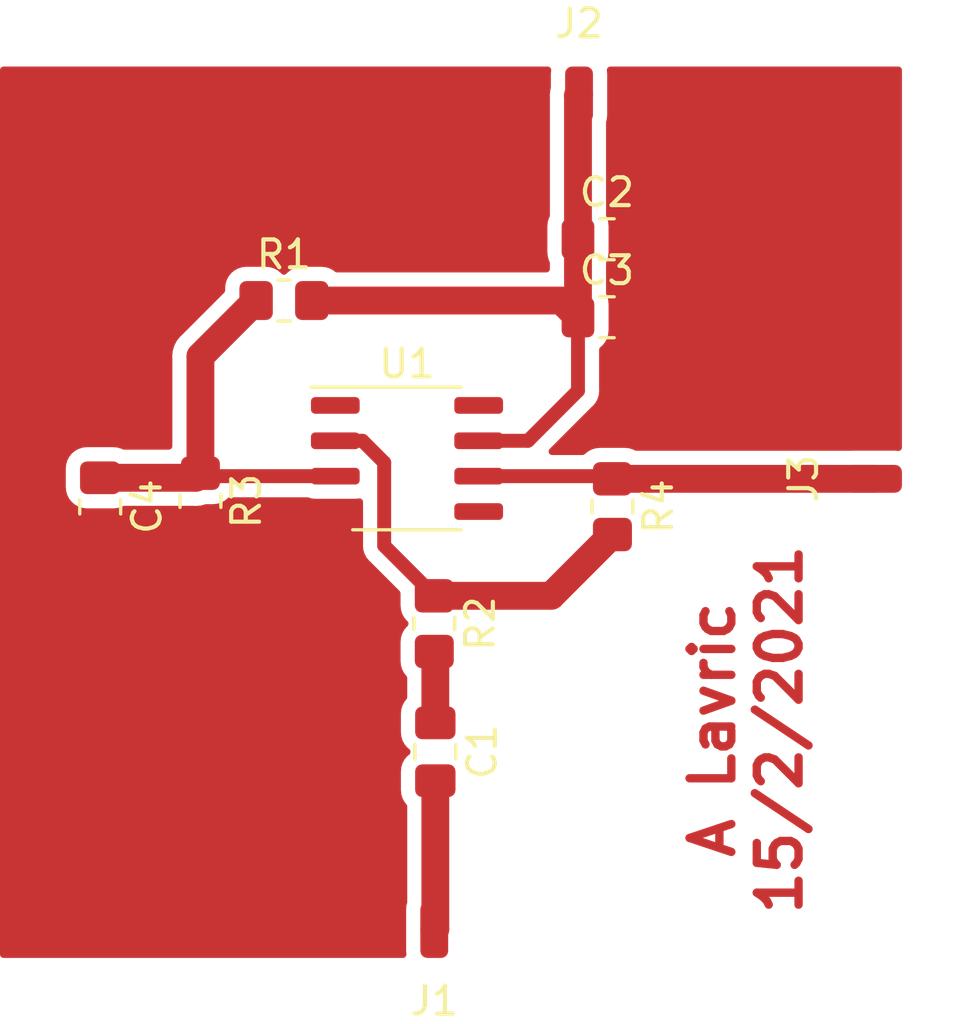
<source format=kicad_pcb>
(kicad_pcb (version 20171130) (host pcbnew 5.1.4+dfsg1-1~bpo10+1)

  (general
    (thickness 1.6)
    (drawings 1)
    (tracks 28)
    (zones 0)
    (modules 12)
    (nets 11)
  )

  (page A4)
  (layers
    (0 F.Cu signal)
    (31 B.Cu signal)
    (32 B.Adhes user)
    (33 F.Adhes user)
    (34 B.Paste user)
    (35 F.Paste user)
    (36 B.SilkS user)
    (37 F.SilkS user)
    (38 B.Mask user)
    (39 F.Mask user)
    (40 Dwgs.User user)
    (41 Cmts.User user)
    (42 Eco1.User user)
    (43 Eco2.User user)
    (44 Edge.Cuts user)
    (45 Margin user)
    (46 B.CrtYd user)
    (47 F.CrtYd user)
    (48 B.Fab user)
    (49 F.Fab user)
  )

  (setup
    (last_trace_width 1)
    (user_trace_width 0.5)
    (user_trace_width 0.8)
    (user_trace_width 1)
    (trace_clearance 0.2)
    (zone_clearance 0.508)
    (zone_45_only no)
    (trace_min 0.2)
    (via_size 0.8)
    (via_drill 0.4)
    (via_min_size 0.4)
    (via_min_drill 0.3)
    (uvia_size 0.3)
    (uvia_drill 0.1)
    (uvias_allowed no)
    (uvia_min_size 0.2)
    (uvia_min_drill 0.1)
    (edge_width 0.05)
    (segment_width 0.2)
    (pcb_text_width 0.3)
    (pcb_text_size 1.5 1.5)
    (mod_edge_width 0.12)
    (mod_text_size 1 1)
    (mod_text_width 0.15)
    (pad_size 2.5 1.6)
    (pad_drill 0)
    (pad_to_mask_clearance 0.051)
    (solder_mask_min_width 0.25)
    (aux_axis_origin 0 0)
    (visible_elements FFFFFF7F)
    (pcbplotparams
      (layerselection 0x010fc_ffffffff)
      (usegerberextensions false)
      (usegerberattributes false)
      (usegerberadvancedattributes false)
      (creategerberjobfile false)
      (excludeedgelayer true)
      (linewidth 0.100000)
      (plotframeref false)
      (viasonmask false)
      (mode 1)
      (useauxorigin false)
      (hpglpennumber 1)
      (hpglpenspeed 20)
      (hpglpendiameter 15.000000)
      (psnegative false)
      (psa4output false)
      (plotreference true)
      (plotvalue true)
      (plotinvisibletext false)
      (padsonsilk false)
      (subtractmaskfromsilk false)
      (outputformat 1)
      (mirror false)
      (drillshape 1)
      (scaleselection 1)
      (outputdirectory ""))
  )

  (net 0 "")
  (net 1 "Net-(C1-Pad2)")
  (net 2 "Net-(C1-Pad1)")
  (net 3 GNDD)
  (net 4 "Net-(C2-Pad1)")
  (net 5 "Net-(J3-Pad1)")
  (net 6 "Net-(R2-Pad1)")
  (net 7 "Net-(U1-Pad8)")
  (net 8 "Net-(U1-Pad5)")
  (net 9 "Net-(U1-Pad1)")
  (net 10 "Net-(C4-Pad1)")

  (net_class Default "This is the default net class."
    (clearance 0.2)
    (trace_width 0.25)
    (via_dia 0.8)
    (via_drill 0.4)
    (uvia_dia 0.3)
    (uvia_drill 0.1)
    (add_net GNDD)
    (add_net "Net-(C1-Pad1)")
    (add_net "Net-(C1-Pad2)")
    (add_net "Net-(C2-Pad1)")
    (add_net "Net-(C4-Pad1)")
    (add_net "Net-(J3-Pad1)")
    (add_net "Net-(R2-Pad1)")
    (add_net "Net-(U1-Pad1)")
    (add_net "Net-(U1-Pad5)")
    (add_net "Net-(U1-Pad8)")
  )

  (module Resistor_SMD:R_0805_2012Metric_Pad1.20x1.40mm_HandSolder (layer F.Cu) (tedit 5F68FEEE) (tstamp 602A7D4A)
    (at 144.6 102.6)
    (descr "Resistor SMD 0805 (2012 Metric), square (rectangular) end terminal, IPC_7351 nominal with elongated pad for handsoldering. (Body size source: IPC-SM-782 page 72, https://www.pcb-3d.com/wordpress/wp-content/uploads/ipc-sm-782a_amendment_1_and_2.pdf), generated with kicad-footprint-generator")
    (tags "resistor handsolder")
    (path /602BD9C8)
    (attr smd)
    (fp_text reference R1 (at 0 -1.65) (layer F.SilkS)
      (effects (font (size 1 1) (thickness 0.15)))
    )
    (fp_text value 680 (at 0 1.65) (layer F.Fab)
      (effects (font (size 1 1) (thickness 0.15)))
    )
    (fp_text user %R (at 0 0) (layer F.Fab)
      (effects (font (size 0.5 0.5) (thickness 0.08)))
    )
    (fp_line (start 1.85 0.95) (end -1.85 0.95) (layer F.CrtYd) (width 0.05))
    (fp_line (start 1.85 -0.95) (end 1.85 0.95) (layer F.CrtYd) (width 0.05))
    (fp_line (start -1.85 -0.95) (end 1.85 -0.95) (layer F.CrtYd) (width 0.05))
    (fp_line (start -1.85 0.95) (end -1.85 -0.95) (layer F.CrtYd) (width 0.05))
    (fp_line (start -0.227064 0.735) (end 0.227064 0.735) (layer F.SilkS) (width 0.12))
    (fp_line (start -0.227064 -0.735) (end 0.227064 -0.735) (layer F.SilkS) (width 0.12))
    (fp_line (start 1 0.625) (end -1 0.625) (layer F.Fab) (width 0.1))
    (fp_line (start 1 -0.625) (end 1 0.625) (layer F.Fab) (width 0.1))
    (fp_line (start -1 -0.625) (end 1 -0.625) (layer F.Fab) (width 0.1))
    (fp_line (start -1 0.625) (end -1 -0.625) (layer F.Fab) (width 0.1))
    (pad 2 smd roundrect (at 1 0) (size 1.2 1.4) (layers F.Cu F.Paste F.Mask) (roundrect_rratio 0.208333)
      (net 4 "Net-(C2-Pad1)"))
    (pad 1 smd roundrect (at -1 0) (size 1.2 1.4) (layers F.Cu F.Paste F.Mask) (roundrect_rratio 0.208333)
      (net 10 "Net-(C4-Pad1)"))
    (model ${KISYS3DMOD}/Resistor_SMD.3dshapes/R_0805_2012Metric.wrl
      (at (xyz 0 0 0))
      (scale (xyz 1 1 1))
      (rotate (xyz 0 0 0))
    )
  )

  (module Capacitor_SMD:C_0805_2012Metric_Pad1.18x1.45mm_HandSolder (layer F.Cu) (tedit 5F68FEEF) (tstamp 602A6EBC)
    (at 138 110 270)
    (descr "Capacitor SMD 0805 (2012 Metric), square (rectangular) end terminal, IPC_7351 nominal with elongated pad for handsoldering. (Body size source: IPC-SM-782 page 76, https://www.pcb-3d.com/wordpress/wp-content/uploads/ipc-sm-782a_amendment_1_and_2.pdf, https://docs.google.com/spreadsheets/d/1BsfQQcO9C6DZCsRaXUlFlo91Tg2WpOkGARC1WS5S8t0/edit?usp=sharing), generated with kicad-footprint-generator")
    (tags "capacitor handsolder")
    (path /602E5F9C)
    (attr smd)
    (fp_text reference C4 (at 0 -1.68 90) (layer F.SilkS)
      (effects (font (size 1 1) (thickness 0.15)))
    )
    (fp_text value 100n (at 0 1.68 90) (layer F.Fab)
      (effects (font (size 1 1) (thickness 0.15)))
    )
    (fp_text user %R (at 0 0 90) (layer F.Fab)
      (effects (font (size 0.5 0.5) (thickness 0.08)))
    )
    (fp_line (start 1.88 0.98) (end -1.88 0.98) (layer F.CrtYd) (width 0.05))
    (fp_line (start 1.88 -0.98) (end 1.88 0.98) (layer F.CrtYd) (width 0.05))
    (fp_line (start -1.88 -0.98) (end 1.88 -0.98) (layer F.CrtYd) (width 0.05))
    (fp_line (start -1.88 0.98) (end -1.88 -0.98) (layer F.CrtYd) (width 0.05))
    (fp_line (start -0.261252 0.735) (end 0.261252 0.735) (layer F.SilkS) (width 0.12))
    (fp_line (start -0.261252 -0.735) (end 0.261252 -0.735) (layer F.SilkS) (width 0.12))
    (fp_line (start 1 0.625) (end -1 0.625) (layer F.Fab) (width 0.1))
    (fp_line (start 1 -0.625) (end 1 0.625) (layer F.Fab) (width 0.1))
    (fp_line (start -1 -0.625) (end 1 -0.625) (layer F.Fab) (width 0.1))
    (fp_line (start -1 0.625) (end -1 -0.625) (layer F.Fab) (width 0.1))
    (pad 2 smd roundrect (at 1.0375 0 270) (size 1.175 1.45) (layers F.Cu F.Paste F.Mask) (roundrect_rratio 0.212766)
      (net 3 GNDD))
    (pad 1 smd roundrect (at -1.0375 0 270) (size 1.175 1.45) (layers F.Cu F.Paste F.Mask) (roundrect_rratio 0.212766)
      (net 10 "Net-(C4-Pad1)"))
    (model ${KISYS3DMOD}/Capacitor_SMD.3dshapes/C_0805_2012Metric.wrl
      (at (xyz 0 0 0))
      (scale (xyz 1 1 1))
      (rotate (xyz 0 0 0))
    )
  )

  (module Package_SO:SO-8_3.9x4.9mm_P1.27mm (layer F.Cu) (tedit 5D9F72B1) (tstamp 602A61AD)
    (at 149.02 108.27)
    (descr "SO, 8 Pin (https://www.nxp.com/docs/en/data-sheet/PCF8523.pdf), generated with kicad-footprint-generator ipc_gullwing_generator.py")
    (tags "SO SO")
    (path /602BC812)
    (attr smd)
    (fp_text reference U1 (at 0 -3.4) (layer F.SilkS)
      (effects (font (size 1 1) (thickness 0.15)))
    )
    (fp_text value OP184 (at 0 3.4) (layer F.Fab)
      (effects (font (size 1 1) (thickness 0.15)))
    )
    (fp_text user %R (at 0 0) (layer F.Fab)
      (effects (font (size 0.98 0.98) (thickness 0.15)))
    )
    (fp_line (start 3.7 -2.7) (end -3.7 -2.7) (layer F.CrtYd) (width 0.05))
    (fp_line (start 3.7 2.7) (end 3.7 -2.7) (layer F.CrtYd) (width 0.05))
    (fp_line (start -3.7 2.7) (end 3.7 2.7) (layer F.CrtYd) (width 0.05))
    (fp_line (start -3.7 -2.7) (end -3.7 2.7) (layer F.CrtYd) (width 0.05))
    (fp_line (start -1.95 -1.475) (end -0.975 -2.45) (layer F.Fab) (width 0.1))
    (fp_line (start -1.95 2.45) (end -1.95 -1.475) (layer F.Fab) (width 0.1))
    (fp_line (start 1.95 2.45) (end -1.95 2.45) (layer F.Fab) (width 0.1))
    (fp_line (start 1.95 -2.45) (end 1.95 2.45) (layer F.Fab) (width 0.1))
    (fp_line (start -0.975 -2.45) (end 1.95 -2.45) (layer F.Fab) (width 0.1))
    (fp_line (start 0 -2.56) (end -3.45 -2.56) (layer F.SilkS) (width 0.12))
    (fp_line (start 0 -2.56) (end 1.95 -2.56) (layer F.SilkS) (width 0.12))
    (fp_line (start 0 2.56) (end -1.95 2.56) (layer F.SilkS) (width 0.12))
    (fp_line (start 0 2.56) (end 1.95 2.56) (layer F.SilkS) (width 0.12))
    (pad 8 smd roundrect (at 2.575 -1.905) (size 1.75 0.6) (layers F.Cu F.Paste F.Mask) (roundrect_rratio 0.25)
      (net 7 "Net-(U1-Pad8)"))
    (pad 7 smd roundrect (at 2.575 -0.635) (size 1.75 0.6) (layers F.Cu F.Paste F.Mask) (roundrect_rratio 0.25)
      (net 4 "Net-(C2-Pad1)"))
    (pad 6 smd roundrect (at 2.575 0.635) (size 1.75 0.6) (layers F.Cu F.Paste F.Mask) (roundrect_rratio 0.25)
      (net 5 "Net-(J3-Pad1)"))
    (pad 5 smd roundrect (at 2.575 1.905) (size 1.75 0.6) (layers F.Cu F.Paste F.Mask) (roundrect_rratio 0.25)
      (net 8 "Net-(U1-Pad5)"))
    (pad 4 smd roundrect (at -2.575 1.905) (size 1.75 0.6) (layers F.Cu F.Paste F.Mask) (roundrect_rratio 0.25)
      (net 3 GNDD))
    (pad 3 smd roundrect (at -2.575 0.635) (size 1.75 0.6) (layers F.Cu F.Paste F.Mask) (roundrect_rratio 0.25)
      (net 10 "Net-(C4-Pad1)"))
    (pad 2 smd roundrect (at -2.575 -0.635) (size 1.75 0.6) (layers F.Cu F.Paste F.Mask) (roundrect_rratio 0.25)
      (net 6 "Net-(R2-Pad1)"))
    (pad 1 smd roundrect (at -2.575 -1.905) (size 1.75 0.6) (layers F.Cu F.Paste F.Mask) (roundrect_rratio 0.25)
      (net 9 "Net-(U1-Pad1)"))
    (model ${KISYS3DMOD}/Package_SO.3dshapes/SO-8_3.9x4.9mm_P1.27mm.wrl
      (at (xyz 0 0 0))
      (scale (xyz 1 1 1))
      (rotate (xyz 0 0 0))
    )
  )

  (module Resistor_SMD:R_0805_2012Metric_Pad1.20x1.40mm_HandSolder (layer F.Cu) (tedit 5F68FEEE) (tstamp 602A6193)
    (at 156.4 110 270)
    (descr "Resistor SMD 0805 (2012 Metric), square (rectangular) end terminal, IPC_7351 nominal with elongated pad for handsoldering. (Body size source: IPC-SM-782 page 72, https://www.pcb-3d.com/wordpress/wp-content/uploads/ipc-sm-782a_amendment_1_and_2.pdf), generated with kicad-footprint-generator")
    (tags "resistor handsolder")
    (path /602BDBCB)
    (attr smd)
    (fp_text reference R4 (at 0 -1.65 90) (layer F.SilkS)
      (effects (font (size 1 1) (thickness 0.15)))
    )
    (fp_text value 10k (at 0 1.65 90) (layer F.Fab)
      (effects (font (size 1 1) (thickness 0.15)))
    )
    (fp_text user %R (at 0 0 90) (layer F.Fab)
      (effects (font (size 0.5 0.5) (thickness 0.08)))
    )
    (fp_line (start 1.85 0.95) (end -1.85 0.95) (layer F.CrtYd) (width 0.05))
    (fp_line (start 1.85 -0.95) (end 1.85 0.95) (layer F.CrtYd) (width 0.05))
    (fp_line (start -1.85 -0.95) (end 1.85 -0.95) (layer F.CrtYd) (width 0.05))
    (fp_line (start -1.85 0.95) (end -1.85 -0.95) (layer F.CrtYd) (width 0.05))
    (fp_line (start -0.227064 0.735) (end 0.227064 0.735) (layer F.SilkS) (width 0.12))
    (fp_line (start -0.227064 -0.735) (end 0.227064 -0.735) (layer F.SilkS) (width 0.12))
    (fp_line (start 1 0.625) (end -1 0.625) (layer F.Fab) (width 0.1))
    (fp_line (start 1 -0.625) (end 1 0.625) (layer F.Fab) (width 0.1))
    (fp_line (start -1 -0.625) (end 1 -0.625) (layer F.Fab) (width 0.1))
    (fp_line (start -1 0.625) (end -1 -0.625) (layer F.Fab) (width 0.1))
    (pad 2 smd roundrect (at 1 0 270) (size 1.2 1.4) (layers F.Cu F.Paste F.Mask) (roundrect_rratio 0.208333)
      (net 6 "Net-(R2-Pad1)"))
    (pad 1 smd roundrect (at -1 0 270) (size 1.2 1.4) (layers F.Cu F.Paste F.Mask) (roundrect_rratio 0.208333)
      (net 5 "Net-(J3-Pad1)"))
    (model ${KISYS3DMOD}/Resistor_SMD.3dshapes/R_0805_2012Metric.wrl
      (at (xyz 0 0 0))
      (scale (xyz 1 1 1))
      (rotate (xyz 0 0 0))
    )
  )

  (module Resistor_SMD:R_0805_2012Metric_Pad1.20x1.40mm_HandSolder (layer F.Cu) (tedit 5F68FEEE) (tstamp 602A6182)
    (at 141.6 109.8 270)
    (descr "Resistor SMD 0805 (2012 Metric), square (rectangular) end terminal, IPC_7351 nominal with elongated pad for handsoldering. (Body size source: IPC-SM-782 page 72, https://www.pcb-3d.com/wordpress/wp-content/uploads/ipc-sm-782a_amendment_1_and_2.pdf), generated with kicad-footprint-generator")
    (tags "resistor handsolder")
    (path /602BD505)
    (attr smd)
    (fp_text reference R3 (at 0 -1.65 90) (layer F.SilkS)
      (effects (font (size 1 1) (thickness 0.15)))
    )
    (fp_text value 10k (at 0 1.65 90) (layer F.Fab)
      (effects (font (size 1 1) (thickness 0.15)))
    )
    (fp_text user %R (at 0 0 90) (layer F.Fab)
      (effects (font (size 0.5 0.5) (thickness 0.08)))
    )
    (fp_line (start 1.85 0.95) (end -1.85 0.95) (layer F.CrtYd) (width 0.05))
    (fp_line (start 1.85 -0.95) (end 1.85 0.95) (layer F.CrtYd) (width 0.05))
    (fp_line (start -1.85 -0.95) (end 1.85 -0.95) (layer F.CrtYd) (width 0.05))
    (fp_line (start -1.85 0.95) (end -1.85 -0.95) (layer F.CrtYd) (width 0.05))
    (fp_line (start -0.227064 0.735) (end 0.227064 0.735) (layer F.SilkS) (width 0.12))
    (fp_line (start -0.227064 -0.735) (end 0.227064 -0.735) (layer F.SilkS) (width 0.12))
    (fp_line (start 1 0.625) (end -1 0.625) (layer F.Fab) (width 0.1))
    (fp_line (start 1 -0.625) (end 1 0.625) (layer F.Fab) (width 0.1))
    (fp_line (start -1 -0.625) (end 1 -0.625) (layer F.Fab) (width 0.1))
    (fp_line (start -1 0.625) (end -1 -0.625) (layer F.Fab) (width 0.1))
    (pad 2 smd roundrect (at 1 0 270) (size 1.2 1.4) (layers F.Cu F.Paste F.Mask) (roundrect_rratio 0.208333)
      (net 3 GNDD))
    (pad 1 smd roundrect (at -1 0 270) (size 1.2 1.4) (layers F.Cu F.Paste F.Mask) (roundrect_rratio 0.208333)
      (net 10 "Net-(C4-Pad1)"))
    (model ${KISYS3DMOD}/Resistor_SMD.3dshapes/R_0805_2012Metric.wrl
      (at (xyz 0 0 0))
      (scale (xyz 1 1 1))
      (rotate (xyz 0 0 0))
    )
  )

  (module Resistor_SMD:R_0805_2012Metric_Pad1.20x1.40mm_HandSolder (layer F.Cu) (tedit 5F68FEEE) (tstamp 602A6171)
    (at 150 114.2 270)
    (descr "Resistor SMD 0805 (2012 Metric), square (rectangular) end terminal, IPC_7351 nominal with elongated pad for handsoldering. (Body size source: IPC-SM-782 page 72, https://www.pcb-3d.com/wordpress/wp-content/uploads/ipc-sm-782a_amendment_1_and_2.pdf), generated with kicad-footprint-generator")
    (tags "resistor handsolder")
    (path /602BDB12)
    (attr smd)
    (fp_text reference R2 (at 0 -1.65 90) (layer F.SilkS)
      (effects (font (size 1 1) (thickness 0.15)))
    )
    (fp_text value 10k (at 0 1.65 90) (layer F.Fab)
      (effects (font (size 1 1) (thickness 0.15)))
    )
    (fp_text user %R (at 0 0 90) (layer F.Fab)
      (effects (font (size 0.5 0.5) (thickness 0.08)))
    )
    (fp_line (start 1.85 0.95) (end -1.85 0.95) (layer F.CrtYd) (width 0.05))
    (fp_line (start 1.85 -0.95) (end 1.85 0.95) (layer F.CrtYd) (width 0.05))
    (fp_line (start -1.85 -0.95) (end 1.85 -0.95) (layer F.CrtYd) (width 0.05))
    (fp_line (start -1.85 0.95) (end -1.85 -0.95) (layer F.CrtYd) (width 0.05))
    (fp_line (start -0.227064 0.735) (end 0.227064 0.735) (layer F.SilkS) (width 0.12))
    (fp_line (start -0.227064 -0.735) (end 0.227064 -0.735) (layer F.SilkS) (width 0.12))
    (fp_line (start 1 0.625) (end -1 0.625) (layer F.Fab) (width 0.1))
    (fp_line (start 1 -0.625) (end 1 0.625) (layer F.Fab) (width 0.1))
    (fp_line (start -1 -0.625) (end 1 -0.625) (layer F.Fab) (width 0.1))
    (fp_line (start -1 0.625) (end -1 -0.625) (layer F.Fab) (width 0.1))
    (pad 2 smd roundrect (at 1 0 270) (size 1.2 1.4) (layers F.Cu F.Paste F.Mask) (roundrect_rratio 0.208333)
      (net 2 "Net-(C1-Pad1)"))
    (pad 1 smd roundrect (at -1 0 270) (size 1.2 1.4) (layers F.Cu F.Paste F.Mask) (roundrect_rratio 0.208333)
      (net 6 "Net-(R2-Pad1)"))
    (model ${KISYS3DMOD}/Resistor_SMD.3dshapes/R_0805_2012Metric.wrl
      (at (xyz 0 0 0))
      (scale (xyz 1 1 1))
      (rotate (xyz 0 0 0))
    )
  )

  (module Connector_Wire:SolderWirePad_1x01_SMD_1x2mm (layer F.Cu) (tedit 5DD6EB27) (tstamp 602A614F)
    (at 165.8 109 90)
    (descr "Wire Pad, Square, SMD Pad,  5mm x 10mm,")
    (tags "MesurementPoint Square SMDPad 5mmx10mm ")
    (path /602DB016)
    (attr virtual)
    (fp_text reference J3 (at 0 -2.54 90) (layer F.SilkS)
      (effects (font (size 1 1) (thickness 0.15)))
    )
    (fp_text value SMA (at 0 2.54 90) (layer F.Fab)
      (effects (font (size 1 1) (thickness 0.15)))
    )
    (fp_line (start -0.63 1.27) (end -0.63 -1.27) (layer F.Fab) (width 0.1))
    (fp_line (start 0.63 1.27) (end -0.63 1.27) (layer F.Fab) (width 0.1))
    (fp_line (start 0.63 -1.27) (end 0.63 1.27) (layer F.Fab) (width 0.1))
    (fp_line (start -0.63 -1.27) (end 0.63 -1.27) (layer F.Fab) (width 0.1))
    (fp_line (start -0.63 -1.27) (end -0.63 1.27) (layer F.CrtYd) (width 0.05))
    (fp_line (start -0.63 1.27) (end 0.63 1.27) (layer F.CrtYd) (width 0.05))
    (fp_line (start 0.63 1.27) (end 0.63 -1.27) (layer F.CrtYd) (width 0.05))
    (fp_line (start 0.63 -1.27) (end -0.63 -1.27) (layer F.CrtYd) (width 0.05))
    (fp_text user %R (at -1.8 -1.2 270) (layer F.Fab)
      (effects (font (size 1 1) (thickness 0.15)))
    )
    (pad 1 smd roundrect (at 0 0 90) (size 1 2) (layers F.Cu F.Paste F.Mask) (roundrect_rratio 0.25)
      (net 5 "Net-(J3-Pad1)"))
  )

  (module Connector_Wire:SolderWirePad_1x01_SMD_1x2mm (layer F.Cu) (tedit 5DD6EB27) (tstamp 602A6141)
    (at 155.2 95.2)
    (descr "Wire Pad, Square, SMD Pad,  5mm x 10mm,")
    (tags "MesurementPoint Square SMDPad 5mmx10mm ")
    (path /602DA6DF)
    (attr virtual)
    (fp_text reference J2 (at 0 -2.54) (layer F.SilkS)
      (effects (font (size 1 1) (thickness 0.15)))
    )
    (fp_text value 32V (at 0 2.54) (layer F.Fab)
      (effects (font (size 1 1) (thickness 0.15)))
    )
    (fp_line (start -0.63 1.27) (end -0.63 -1.27) (layer F.Fab) (width 0.1))
    (fp_line (start 0.63 1.27) (end -0.63 1.27) (layer F.Fab) (width 0.1))
    (fp_line (start 0.63 -1.27) (end 0.63 1.27) (layer F.Fab) (width 0.1))
    (fp_line (start -0.63 -1.27) (end 0.63 -1.27) (layer F.Fab) (width 0.1))
    (fp_line (start -0.63 -1.27) (end -0.63 1.27) (layer F.CrtYd) (width 0.05))
    (fp_line (start -0.63 1.27) (end 0.63 1.27) (layer F.CrtYd) (width 0.05))
    (fp_line (start 0.63 1.27) (end 0.63 -1.27) (layer F.CrtYd) (width 0.05))
    (fp_line (start 0.63 -1.27) (end -0.63 -1.27) (layer F.CrtYd) (width 0.05))
    (fp_text user %R (at 0 0) (layer F.Fab)
      (effects (font (size 1 1) (thickness 0.15)))
    )
    (pad 1 smd roundrect (at 0 0) (size 1 2) (layers F.Cu F.Paste F.Mask) (roundrect_rratio 0.25)
      (net 4 "Net-(C2-Pad1)"))
  )

  (module Connector_Wire:SolderWirePad_1x01_SMD_1x2mm (layer F.Cu) (tedit 5DD6EB27) (tstamp 602A6133)
    (at 150 125.2 180)
    (descr "Wire Pad, Square, SMD Pad,  5mm x 10mm,")
    (tags "MesurementPoint Square SMDPad 5mmx10mm ")
    (path /602DAD37)
    (attr virtual)
    (fp_text reference J1 (at 0 -2.54) (layer F.SilkS)
      (effects (font (size 1 1) (thickness 0.15)))
    )
    (fp_text value BNC (at 0 2.54) (layer F.Fab)
      (effects (font (size 1 1) (thickness 0.15)))
    )
    (fp_line (start -0.63 1.27) (end -0.63 -1.27) (layer F.Fab) (width 0.1))
    (fp_line (start 0.63 1.27) (end -0.63 1.27) (layer F.Fab) (width 0.1))
    (fp_line (start 0.63 -1.27) (end 0.63 1.27) (layer F.Fab) (width 0.1))
    (fp_line (start -0.63 -1.27) (end 0.63 -1.27) (layer F.Fab) (width 0.1))
    (fp_line (start -0.63 -1.27) (end -0.63 1.27) (layer F.CrtYd) (width 0.05))
    (fp_line (start -0.63 1.27) (end 0.63 1.27) (layer F.CrtYd) (width 0.05))
    (fp_line (start 0.63 1.27) (end 0.63 -1.27) (layer F.CrtYd) (width 0.05))
    (fp_line (start 0.63 -1.27) (end -0.63 -1.27) (layer F.CrtYd) (width 0.05))
    (fp_text user %R (at 0 0) (layer F.Fab)
      (effects (font (size 1 1) (thickness 0.15)))
    )
    (pad 1 smd roundrect (at 0 0 180) (size 1 2) (layers F.Cu F.Paste F.Mask) (roundrect_rratio 0.25)
      (net 1 "Net-(C1-Pad2)"))
  )

  (module Capacitor_SMD:C_0805_2012Metric_Pad1.18x1.45mm_HandSolder (layer F.Cu) (tedit 5F68FEEF) (tstamp 602A6125)
    (at 156.2 103.2)
    (descr "Capacitor SMD 0805 (2012 Metric), square (rectangular) end terminal, IPC_7351 nominal with elongated pad for handsoldering. (Body size source: IPC-SM-782 page 76, https://www.pcb-3d.com/wordpress/wp-content/uploads/ipc-sm-782a_amendment_1_and_2.pdf, https://docs.google.com/spreadsheets/d/1BsfQQcO9C6DZCsRaXUlFlo91Tg2WpOkGARC1WS5S8t0/edit?usp=sharing), generated with kicad-footprint-generator")
    (tags "capacitor handsolder")
    (path /602BCD27)
    (attr smd)
    (fp_text reference C3 (at 0 -1.68) (layer F.SilkS)
      (effects (font (size 1 1) (thickness 0.15)))
    )
    (fp_text value 100n (at 0 1.68) (layer F.Fab)
      (effects (font (size 1 1) (thickness 0.15)))
    )
    (fp_text user %R (at 0 0) (layer F.Fab)
      (effects (font (size 0.5 0.5) (thickness 0.08)))
    )
    (fp_line (start 1.88 0.98) (end -1.88 0.98) (layer F.CrtYd) (width 0.05))
    (fp_line (start 1.88 -0.98) (end 1.88 0.98) (layer F.CrtYd) (width 0.05))
    (fp_line (start -1.88 -0.98) (end 1.88 -0.98) (layer F.CrtYd) (width 0.05))
    (fp_line (start -1.88 0.98) (end -1.88 -0.98) (layer F.CrtYd) (width 0.05))
    (fp_line (start -0.261252 0.735) (end 0.261252 0.735) (layer F.SilkS) (width 0.12))
    (fp_line (start -0.261252 -0.735) (end 0.261252 -0.735) (layer F.SilkS) (width 0.12))
    (fp_line (start 1 0.625) (end -1 0.625) (layer F.Fab) (width 0.1))
    (fp_line (start 1 -0.625) (end 1 0.625) (layer F.Fab) (width 0.1))
    (fp_line (start -1 -0.625) (end 1 -0.625) (layer F.Fab) (width 0.1))
    (fp_line (start -1 0.625) (end -1 -0.625) (layer F.Fab) (width 0.1))
    (pad 2 smd roundrect (at 1.0375 0) (size 1.175 1.45) (layers F.Cu F.Paste F.Mask) (roundrect_rratio 0.212766)
      (net 3 GNDD))
    (pad 1 smd roundrect (at -1.0375 0) (size 1.175 1.45) (layers F.Cu F.Paste F.Mask) (roundrect_rratio 0.212766)
      (net 4 "Net-(C2-Pad1)"))
    (model ${KISYS3DMOD}/Capacitor_SMD.3dshapes/C_0805_2012Metric.wrl
      (at (xyz 0 0 0))
      (scale (xyz 1 1 1))
      (rotate (xyz 0 0 0))
    )
  )

  (module Capacitor_SMD:C_0805_2012Metric_Pad1.18x1.45mm_HandSolder (layer F.Cu) (tedit 5F68FEEF) (tstamp 602A6114)
    (at 156.2 100.4)
    (descr "Capacitor SMD 0805 (2012 Metric), square (rectangular) end terminal, IPC_7351 nominal with elongated pad for handsoldering. (Body size source: IPC-SM-782 page 76, https://www.pcb-3d.com/wordpress/wp-content/uploads/ipc-sm-782a_amendment_1_and_2.pdf, https://docs.google.com/spreadsheets/d/1BsfQQcO9C6DZCsRaXUlFlo91Tg2WpOkGARC1WS5S8t0/edit?usp=sharing), generated with kicad-footprint-generator")
    (tags "capacitor handsolder")
    (path /602BD049)
    (attr smd)
    (fp_text reference C2 (at 0 -1.68) (layer F.SilkS)
      (effects (font (size 1 1) (thickness 0.15)))
    )
    (fp_text value 10u (at 0 1.68) (layer F.Fab)
      (effects (font (size 1 1) (thickness 0.15)))
    )
    (fp_text user %R (at 0 0) (layer F.Fab)
      (effects (font (size 0.5 0.5) (thickness 0.08)))
    )
    (fp_line (start 1.88 0.98) (end -1.88 0.98) (layer F.CrtYd) (width 0.05))
    (fp_line (start 1.88 -0.98) (end 1.88 0.98) (layer F.CrtYd) (width 0.05))
    (fp_line (start -1.88 -0.98) (end 1.88 -0.98) (layer F.CrtYd) (width 0.05))
    (fp_line (start -1.88 0.98) (end -1.88 -0.98) (layer F.CrtYd) (width 0.05))
    (fp_line (start -0.261252 0.735) (end 0.261252 0.735) (layer F.SilkS) (width 0.12))
    (fp_line (start -0.261252 -0.735) (end 0.261252 -0.735) (layer F.SilkS) (width 0.12))
    (fp_line (start 1 0.625) (end -1 0.625) (layer F.Fab) (width 0.1))
    (fp_line (start 1 -0.625) (end 1 0.625) (layer F.Fab) (width 0.1))
    (fp_line (start -1 -0.625) (end 1 -0.625) (layer F.Fab) (width 0.1))
    (fp_line (start -1 0.625) (end -1 -0.625) (layer F.Fab) (width 0.1))
    (pad 2 smd roundrect (at 1.0375 0) (size 1.175 1.45) (layers F.Cu F.Paste F.Mask) (roundrect_rratio 0.212766)
      (net 3 GNDD))
    (pad 1 smd roundrect (at -1.0375 0) (size 1.175 1.45) (layers F.Cu F.Paste F.Mask) (roundrect_rratio 0.212766)
      (net 4 "Net-(C2-Pad1)"))
    (model ${KISYS3DMOD}/Capacitor_SMD.3dshapes/C_0805_2012Metric.wrl
      (at (xyz 0 0 0))
      (scale (xyz 1 1 1))
      (rotate (xyz 0 0 0))
    )
  )

  (module Capacitor_SMD:C_0805_2012Metric_Pad1.18x1.45mm_HandSolder (layer F.Cu) (tedit 5F68FEEF) (tstamp 602A6103)
    (at 150.0375 118.8 270)
    (descr "Capacitor SMD 0805 (2012 Metric), square (rectangular) end terminal, IPC_7351 nominal with elongated pad for handsoldering. (Body size source: IPC-SM-782 page 76, https://www.pcb-3d.com/wordpress/wp-content/uploads/ipc-sm-782a_amendment_1_and_2.pdf, https://docs.google.com/spreadsheets/d/1BsfQQcO9C6DZCsRaXUlFlo91Tg2WpOkGARC1WS5S8t0/edit?usp=sharing), generated with kicad-footprint-generator")
    (tags "capacitor handsolder")
    (path /602BD165)
    (attr smd)
    (fp_text reference C1 (at 0 -1.68 90) (layer F.SilkS)
      (effects (font (size 1 1) (thickness 0.15)))
    )
    (fp_text value 10u (at 0 1.68 90) (layer F.Fab)
      (effects (font (size 1 1) (thickness 0.15)))
    )
    (fp_text user %R (at 0 0 90) (layer F.Fab)
      (effects (font (size 0.5 0.5) (thickness 0.08)))
    )
    (fp_line (start 1.88 0.98) (end -1.88 0.98) (layer F.CrtYd) (width 0.05))
    (fp_line (start 1.88 -0.98) (end 1.88 0.98) (layer F.CrtYd) (width 0.05))
    (fp_line (start -1.88 -0.98) (end 1.88 -0.98) (layer F.CrtYd) (width 0.05))
    (fp_line (start -1.88 0.98) (end -1.88 -0.98) (layer F.CrtYd) (width 0.05))
    (fp_line (start -0.261252 0.735) (end 0.261252 0.735) (layer F.SilkS) (width 0.12))
    (fp_line (start -0.261252 -0.735) (end 0.261252 -0.735) (layer F.SilkS) (width 0.12))
    (fp_line (start 1 0.625) (end -1 0.625) (layer F.Fab) (width 0.1))
    (fp_line (start 1 -0.625) (end 1 0.625) (layer F.Fab) (width 0.1))
    (fp_line (start -1 -0.625) (end 1 -0.625) (layer F.Fab) (width 0.1))
    (fp_line (start -1 0.625) (end -1 -0.625) (layer F.Fab) (width 0.1))
    (pad 2 smd roundrect (at 1.0375 0 270) (size 1.175 1.45) (layers F.Cu F.Paste F.Mask) (roundrect_rratio 0.212766)
      (net 1 "Net-(C1-Pad2)"))
    (pad 1 smd roundrect (at -1.0375 0 270) (size 1.175 1.45) (layers F.Cu F.Paste F.Mask) (roundrect_rratio 0.212766)
      (net 2 "Net-(C1-Pad1)"))
    (model ${KISYS3DMOD}/Capacitor_SMD.3dshapes/C_0805_2012Metric.wrl
      (at (xyz 0 0 0))
      (scale (xyz 1 1 1))
      (rotate (xyz 0 0 0))
    )
  )

  (gr_text "A Lavric\n15/2/2021\n" (at 161.2 118 90) (layer F.Cu)
    (effects (font (size 1.5 1.5) (thickness 0.3)))
  )

  (segment (start 150.0375 125.1625) (end 150 125.2) (width 1) (layer F.Cu) (net 1))
  (segment (start 150.0375 119.8375) (end 150.0375 125.1625) (width 1) (layer F.Cu) (net 1))
  (segment (start 150.0375 115.2375) (end 150 115.2) (width 1) (layer F.Cu) (net 2))
  (segment (start 150.0375 117.7625) (end 150.0375 115.2375) (width 1) (layer F.Cu) (net 2))
  (segment (start 151.595 107.635) (end 153.365 107.635) (width 0.5) (layer F.Cu) (net 4))
  (segment (start 155.1625 105.8375) (end 155.1625 103.2) (width 0.5) (layer F.Cu) (net 4))
  (segment (start 153.365 107.635) (end 155.1625 105.8375) (width 0.5) (layer F.Cu) (net 4))
  (segment (start 154.9625 103) (end 155.1625 103.2) (width 0.5) (layer F.Cu) (net 4))
  (segment (start 155.1625 103.2) (end 155.1625 100.4) (width 1) (layer F.Cu) (net 4))
  (segment (start 155.1625 95.2375) (end 155.2 95.2) (width 1) (layer F.Cu) (net 4))
  (segment (start 155.1625 100.4) (end 155.1625 95.2375) (width 1) (layer F.Cu) (net 4))
  (segment (start 154.5625 102.6) (end 155.1625 103.2) (width 1) (layer F.Cu) (net 4))
  (segment (start 145.6 102.6) (end 154.5625 102.6) (width 1) (layer F.Cu) (net 4))
  (segment (start 156.305 108.905) (end 156.4 109) (width 0.5) (layer F.Cu) (net 5))
  (segment (start 151.595 108.905) (end 156.305 108.905) (width 0.5) (layer F.Cu) (net 5))
  (segment (start 165.8 109) (end 156.4 109) (width 1) (layer F.Cu) (net 5))
  (segment (start 141.705 108.905) (end 141.6 108.8) (width 0.5) (layer F.Cu) (net 10))
  (segment (start 146.445 108.905) (end 141.705 108.905) (width 0.5) (layer F.Cu) (net 10))
  (segment (start 150 113.2) (end 148.2 111.4) (width 0.5) (layer F.Cu) (net 6))
  (segment (start 147.42 107.635) (end 146.445 107.635) (width 0.5) (layer F.Cu) (net 6))
  (segment (start 148.2 108.415) (end 147.42 107.635) (width 0.5) (layer F.Cu) (net 6))
  (segment (start 148.2 111.4) (end 148.2 108.415) (width 0.5) (layer F.Cu) (net 6))
  (segment (start 154.2 113.2) (end 156.4 111) (width 1) (layer F.Cu) (net 6))
  (segment (start 150 113.2) (end 154.2 113.2) (width 1) (layer F.Cu) (net 6))
  (segment (start 141.6 104.6) (end 143.6 102.6) (width 1) (layer F.Cu) (net 10))
  (segment (start 141.6 108.8) (end 141.6 104.6) (width 1) (layer F.Cu) (net 10))
  (segment (start 141.4375 108.9625) (end 141.6 108.8) (width 1) (layer F.Cu) (net 10))
  (segment (start 138 108.9625) (end 141.4375 108.9625) (width 1) (layer F.Cu) (net 10))

  (zone (net 3) (net_name GNDD) (layer F.Cu) (tstamp 0) (hatch edge 0.508)
    (connect_pads yes (clearance 0.508))
    (min_thickness 0.254)
    (fill yes (arc_segments 32) (thermal_gap 0.508) (thermal_bridge_width 0.508))
    (polygon
      (pts
        (xy 134.4 94.2) (xy 166.8 94.2) (xy 166.8 126.2) (xy 134.4 126.2)
      )
    )
    (filled_polygon
      (pts
        (xy 154.061928 94.45) (xy 154.061928 94.955648) (xy 154.043923 95.015002) (xy 154.022009 95.2375) (xy 154.027501 95.293261)
        (xy 154.0275 99.542172) (xy 154.004528 99.58515) (xy 153.953992 99.751746) (xy 153.936928 99.925) (xy 153.936928 100.875)
        (xy 153.953992 101.048254) (xy 154.004528 101.21485) (xy 154.027501 101.257829) (xy 154.027501 101.465) (xy 146.508461 101.465)
        (xy 146.443387 101.411595) (xy 146.289851 101.329528) (xy 146.123255 101.278992) (xy 145.950001 101.261928) (xy 145.249999 101.261928)
        (xy 145.076745 101.278992) (xy 144.910149 101.329528) (xy 144.756613 101.411595) (xy 144.622038 101.522038) (xy 144.6 101.548891)
        (xy 144.577962 101.522038) (xy 144.443387 101.411595) (xy 144.289851 101.329528) (xy 144.123255 101.278992) (xy 143.950001 101.261928)
        (xy 143.249999 101.261928) (xy 143.076745 101.278992) (xy 142.910149 101.329528) (xy 142.756613 101.411595) (xy 142.622038 101.522038)
        (xy 142.511595 101.656613) (xy 142.429528 101.810149) (xy 142.378992 101.976745) (xy 142.361928 102.149999) (xy 142.361928 102.23294)
        (xy 140.83686 103.758009) (xy 140.793552 103.793551) (xy 140.651717 103.966377) (xy 140.595384 104.07177) (xy 140.546324 104.163554)
        (xy 140.481423 104.377502) (xy 140.459509 104.6) (xy 140.465001 104.655761) (xy 140.465 107.8275) (xy 138.857827 107.8275)
        (xy 138.81485 107.804528) (xy 138.648254 107.753992) (xy 138.475 107.736928) (xy 137.525 107.736928) (xy 137.351746 107.753992)
        (xy 137.18515 107.804528) (xy 137.031614 107.886595) (xy 136.897038 107.997038) (xy 136.786595 108.131614) (xy 136.704528 108.28515)
        (xy 136.653992 108.451746) (xy 136.636928 108.625) (xy 136.636928 109.3) (xy 136.653992 109.473254) (xy 136.704528 109.63985)
        (xy 136.786595 109.793386) (xy 136.897038 109.927962) (xy 137.031614 110.038405) (xy 137.18515 110.120472) (xy 137.351746 110.171008)
        (xy 137.525 110.188072) (xy 138.475 110.188072) (xy 138.648254 110.171008) (xy 138.81485 110.120472) (xy 138.857827 110.0975)
        (xy 141.381749 110.0975) (xy 141.4375 110.102991) (xy 141.493251 110.0975) (xy 141.493252 110.0975) (xy 141.659999 110.081077)
        (xy 141.801766 110.038072) (xy 142.050001 110.038072) (xy 142.223255 110.021008) (xy 142.389851 109.970472) (xy 142.543387 109.888405)
        (xy 142.663294 109.79) (xy 145.441217 109.79) (xy 145.566255 109.827929) (xy 145.72 109.843072) (xy 147.17 109.843072)
        (xy 147.315001 109.82879) (xy 147.315 111.356531) (xy 147.310719 111.4) (xy 147.315 111.443469) (xy 147.315 111.443476)
        (xy 147.327805 111.573489) (xy 147.378411 111.740312) (xy 147.460589 111.894058) (xy 147.571183 112.028817) (xy 147.604956 112.056534)
        (xy 148.661928 113.113507) (xy 148.661928 113.550001) (xy 148.678992 113.723255) (xy 148.729528 113.889851) (xy 148.811595 114.043387)
        (xy 148.922038 114.177962) (xy 148.948891 114.2) (xy 148.922038 114.222038) (xy 148.811595 114.356613) (xy 148.729528 114.510149)
        (xy 148.678992 114.676745) (xy 148.661928 114.849999) (xy 148.661928 115.550001) (xy 148.678992 115.723255) (xy 148.729528 115.889851)
        (xy 148.811595 116.043387) (xy 148.902501 116.154156) (xy 148.9025 116.836076) (xy 148.824095 116.931614) (xy 148.742028 117.08515)
        (xy 148.691492 117.251746) (xy 148.674428 117.425) (xy 148.674428 118.1) (xy 148.691492 118.273254) (xy 148.742028 118.43985)
        (xy 148.824095 118.593386) (xy 148.934538 118.727962) (xy 149.022317 118.8) (xy 148.934538 118.872038) (xy 148.824095 119.006614)
        (xy 148.742028 119.16015) (xy 148.691492 119.326746) (xy 148.674428 119.5) (xy 148.674428 120.175) (xy 148.691492 120.348254)
        (xy 148.742028 120.51485) (xy 148.824095 120.668386) (xy 148.9025 120.763924) (xy 148.902501 124.199247) (xy 148.878992 124.276746)
        (xy 148.861928 124.45) (xy 148.861928 125.175439) (xy 148.859509 125.2) (xy 148.861928 125.224561) (xy 148.861928 125.95)
        (xy 148.874042 126.073) (xy 134.527 126.073) (xy 134.527 94.327) (xy 154.074042 94.327)
      )
    )
    (filled_polygon
      (pts
        (xy 166.673 107.874042) (xy 166.55 107.861928) (xy 165.05 107.861928) (xy 165.018809 107.865) (xy 157.256214 107.865)
        (xy 157.189851 107.829528) (xy 157.023255 107.778992) (xy 156.850001 107.761928) (xy 155.949999 107.761928) (xy 155.776745 107.778992)
        (xy 155.610149 107.829528) (xy 155.456613 107.911595) (xy 155.324521 108.02) (xy 154.231578 108.02) (xy 155.75755 106.494029)
        (xy 155.791317 106.466317) (xy 155.901911 106.331559) (xy 155.984089 106.177813) (xy 156.034695 106.01099) (xy 156.0475 105.880977)
        (xy 156.0475 105.880969) (xy 156.051781 105.8375) (xy 156.0475 105.794031) (xy 156.0475 104.368995) (xy 156.127962 104.302962)
        (xy 156.238405 104.168386) (xy 156.320472 104.01485) (xy 156.371008 103.848254) (xy 156.388072 103.675) (xy 156.388072 102.725)
        (xy 156.371008 102.551746) (xy 156.320472 102.38515) (xy 156.2975 102.342173) (xy 156.2975 101.257827) (xy 156.320472 101.21485)
        (xy 156.371008 101.048254) (xy 156.388072 100.875) (xy 156.388072 99.925) (xy 156.371008 99.751746) (xy 156.320472 99.58515)
        (xy 156.2975 99.542173) (xy 156.2975 96.20075) (xy 156.321008 96.123254) (xy 156.338072 95.95) (xy 156.338072 95.224562)
        (xy 156.340491 95.200001) (xy 156.338072 95.17544) (xy 156.338072 94.45) (xy 156.325958 94.327) (xy 166.673 94.327)
      )
    )
  )
)

</source>
